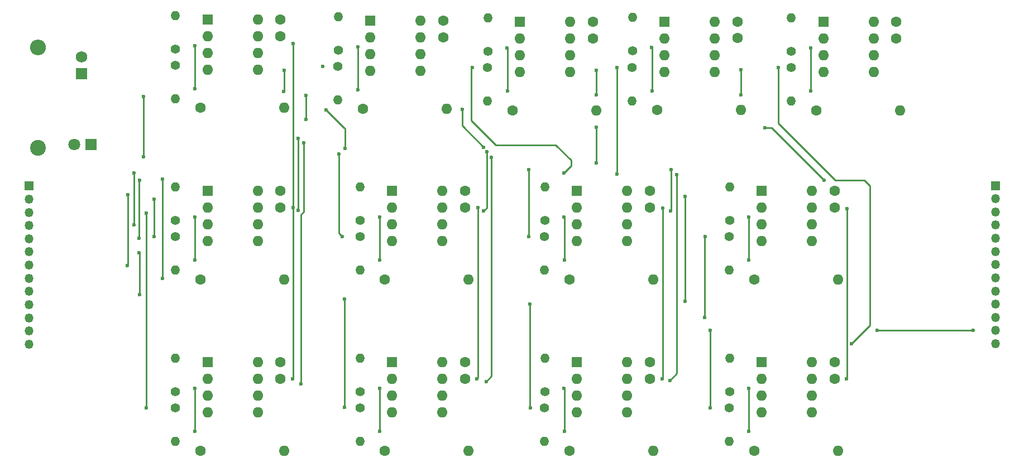
<source format=gbl>
G04 #@! TF.FileFunction,Copper,L2,Bot,Signal*
%FSLAX46Y46*%
G04 Gerber Fmt 4.6, Leading zero omitted, Abs format (unit mm)*
G04 Created by KiCad (PCBNEW 4.0.7) date 02/22/19 22:28:47*
%MOMM*%
%LPD*%
G01*
G04 APERTURE LIST*
%ADD10C,0.100000*%
%ADD11C,1.600000*%
%ADD12C,1.400000*%
%ADD13O,1.400000X1.400000*%
%ADD14R,1.600000X1.600000*%
%ADD15O,1.600000X1.600000*%
%ADD16R,1.350000X1.350000*%
%ADD17O,1.350000X1.350000*%
%ADD18R,1.800000X1.800000*%
%ADD19C,1.800000*%
%ADD20R,1.750000X1.750000*%
%ADD21C,1.750000*%
%ADD22C,2.400000*%
%ADD23O,2.400000X2.400000*%
%ADD24C,0.600000*%
%ADD25C,0.250000*%
G04 APERTURE END LIST*
D10*
D11*
X201327680Y-67975480D03*
X201327680Y-70475480D03*
D12*
X185406960Y-72412860D03*
D13*
X185406960Y-67332860D03*
D14*
X190260900Y-67960240D03*
D15*
X197880900Y-75580240D03*
X190260900Y-70500240D03*
X197880900Y-73040240D03*
X190260900Y-73040240D03*
X197880900Y-70500240D03*
X190260900Y-75580240D03*
X197880900Y-67960240D03*
D12*
X185363780Y-74912220D03*
D13*
X185363780Y-79992220D03*
D11*
X189156000Y-81373980D03*
D15*
X201856000Y-81373980D03*
D11*
X191937300Y-119622420D03*
X191937300Y-122122420D03*
X191937300Y-93622420D03*
X191937300Y-96122420D03*
X177233240Y-67942460D03*
X177233240Y-70442460D03*
X163937300Y-119622420D03*
X163937300Y-122122420D03*
X163937300Y-93622420D03*
X163937300Y-96122420D03*
X155291140Y-67972940D03*
X155291140Y-70472940D03*
X135937300Y-119622420D03*
X135937300Y-122122420D03*
X135937300Y-93622420D03*
X135937300Y-96122420D03*
X132617520Y-67790060D03*
X132617520Y-70290060D03*
X107937300Y-119622420D03*
X107937300Y-122122420D03*
X107937300Y-93622420D03*
X107937300Y-96122420D03*
X179765620Y-133020920D03*
D15*
X192465620Y-133020920D03*
D11*
X179765620Y-107020920D03*
D15*
X192465620Y-107020920D03*
D11*
X165061560Y-81340960D03*
D15*
X177761560Y-81340960D03*
D11*
X151765620Y-133020920D03*
D15*
X164465620Y-133020920D03*
D11*
X151765620Y-107020920D03*
D15*
X164465620Y-107020920D03*
D11*
X143119460Y-81371440D03*
D15*
X155819460Y-81371440D03*
D11*
X123765620Y-133020920D03*
D15*
X136465620Y-133020920D03*
D11*
X123765620Y-107020920D03*
D15*
X136465620Y-107020920D03*
D11*
X120445840Y-81188560D03*
D15*
X133145840Y-81188560D03*
D11*
X95765620Y-133020920D03*
D15*
X108465620Y-133020920D03*
D11*
X95765620Y-107020920D03*
D15*
X108465620Y-107020920D03*
D12*
X176016580Y-124059800D03*
D13*
X176016580Y-118979800D03*
D12*
X176016580Y-98059800D03*
D13*
X176016580Y-92979800D03*
D12*
X161312520Y-72379840D03*
D13*
X161312520Y-67299840D03*
D12*
X148016580Y-124059800D03*
D13*
X148016580Y-118979800D03*
D12*
X148016580Y-98059800D03*
D13*
X148016580Y-92979800D03*
D12*
X139370420Y-72410320D03*
D13*
X139370420Y-67330320D03*
D12*
X120016580Y-124059800D03*
D13*
X120016580Y-118979800D03*
D12*
X120016580Y-98059800D03*
D13*
X120016580Y-92979800D03*
D12*
X116696800Y-72227440D03*
D13*
X116696800Y-67147440D03*
D12*
X92016580Y-124059800D03*
D13*
X92016580Y-118979800D03*
D12*
X92016580Y-98059800D03*
D13*
X92016580Y-92979800D03*
D14*
X180870520Y-119607180D03*
D15*
X188490520Y-127227180D03*
X180870520Y-122147180D03*
X188490520Y-124687180D03*
X180870520Y-124687180D03*
X188490520Y-122147180D03*
X180870520Y-127227180D03*
X188490520Y-119607180D03*
D14*
X180870520Y-93607180D03*
D15*
X188490520Y-101227180D03*
X180870520Y-96147180D03*
X188490520Y-98687180D03*
X180870520Y-98687180D03*
X188490520Y-96147180D03*
X180870520Y-101227180D03*
X188490520Y-93607180D03*
D14*
X166166460Y-67927220D03*
D15*
X173786460Y-75547220D03*
X166166460Y-70467220D03*
X173786460Y-73007220D03*
X166166460Y-73007220D03*
X173786460Y-70467220D03*
X166166460Y-75547220D03*
X173786460Y-67927220D03*
D14*
X152870520Y-119607180D03*
D15*
X160490520Y-127227180D03*
X152870520Y-122147180D03*
X160490520Y-124687180D03*
X152870520Y-124687180D03*
X160490520Y-122147180D03*
X152870520Y-127227180D03*
X160490520Y-119607180D03*
D14*
X152870520Y-93607180D03*
D15*
X160490520Y-101227180D03*
X152870520Y-96147180D03*
X160490520Y-98687180D03*
X152870520Y-98687180D03*
X160490520Y-96147180D03*
X152870520Y-101227180D03*
X160490520Y-93607180D03*
D14*
X144224360Y-67957700D03*
D15*
X151844360Y-75577700D03*
X144224360Y-70497700D03*
X151844360Y-73037700D03*
X144224360Y-73037700D03*
X151844360Y-70497700D03*
X144224360Y-75577700D03*
X151844360Y-67957700D03*
D14*
X124870520Y-119607180D03*
D15*
X132490520Y-127227180D03*
X124870520Y-122147180D03*
X132490520Y-124687180D03*
X124870520Y-124687180D03*
X132490520Y-122147180D03*
X124870520Y-127227180D03*
X132490520Y-119607180D03*
D14*
X124870520Y-93607180D03*
D15*
X132490520Y-101227180D03*
X124870520Y-96147180D03*
X132490520Y-98687180D03*
X124870520Y-98687180D03*
X132490520Y-96147180D03*
X124870520Y-101227180D03*
X132490520Y-93607180D03*
D14*
X121550740Y-67774820D03*
D15*
X129170740Y-75394820D03*
X121550740Y-70314820D03*
X129170740Y-72854820D03*
X121550740Y-72854820D03*
X129170740Y-70314820D03*
X121550740Y-75394820D03*
X129170740Y-67774820D03*
D14*
X96870520Y-119607180D03*
D15*
X104490520Y-127227180D03*
X96870520Y-122147180D03*
X104490520Y-124687180D03*
X96870520Y-124687180D03*
X104490520Y-122147180D03*
X96870520Y-127227180D03*
X104490520Y-119607180D03*
D14*
X96870520Y-93607180D03*
D15*
X104490520Y-101227180D03*
X96870520Y-96147180D03*
X104490520Y-98687180D03*
X96870520Y-98687180D03*
X104490520Y-96147180D03*
X96870520Y-101227180D03*
X104490520Y-93607180D03*
D12*
X175973400Y-126559160D03*
D13*
X175973400Y-131639160D03*
D12*
X175973400Y-100559160D03*
D13*
X175973400Y-105639160D03*
D12*
X161269340Y-74879200D03*
D13*
X161269340Y-79959200D03*
D12*
X147973400Y-126559160D03*
D13*
X147973400Y-131639160D03*
D12*
X147973400Y-100559160D03*
D13*
X147973400Y-105639160D03*
D12*
X139327240Y-74909680D03*
D13*
X139327240Y-79989680D03*
D12*
X119973400Y-126559160D03*
D13*
X119973400Y-131639160D03*
D12*
X119973400Y-100559160D03*
D13*
X119973400Y-105639160D03*
D12*
X116653620Y-74726800D03*
D13*
X116653620Y-79806800D03*
D12*
X91973400Y-126559160D03*
D13*
X91973400Y-131639160D03*
D12*
X91973400Y-100559160D03*
D13*
X91973400Y-105639160D03*
D14*
X96870520Y-67607180D03*
D15*
X104490520Y-75227180D03*
X96870520Y-70147180D03*
X104490520Y-72687180D03*
X96870520Y-72687180D03*
X104490520Y-70147180D03*
X96870520Y-75227180D03*
X104490520Y-67607180D03*
D16*
X69771260Y-92870000D03*
D17*
X69771260Y-94870000D03*
X69771260Y-96870000D03*
X69771260Y-98870000D03*
X69771260Y-100870000D03*
X69771260Y-102870000D03*
X69771260Y-104870000D03*
X69771260Y-106870000D03*
X69771260Y-108870000D03*
X69771260Y-110870000D03*
X69771260Y-112870000D03*
X69771260Y-114870000D03*
X69771260Y-116870000D03*
D16*
X216334340Y-92798900D03*
D17*
X216334340Y-94798900D03*
X216334340Y-96798900D03*
X216334340Y-98798900D03*
X216334340Y-100798900D03*
X216334340Y-102798900D03*
X216334340Y-104798900D03*
X216334340Y-106798900D03*
X216334340Y-108798900D03*
X216334340Y-110798900D03*
X216334340Y-112798900D03*
X216334340Y-114798900D03*
X216334340Y-116798900D03*
D12*
X91973400Y-74559160D03*
D13*
X91973400Y-79639160D03*
D12*
X92016580Y-72059800D03*
D13*
X92016580Y-66979800D03*
D11*
X95765620Y-81020920D03*
D15*
X108465620Y-81020920D03*
D11*
X107937300Y-67622420D03*
X107937300Y-70122420D03*
D18*
X79204820Y-86558120D03*
D19*
X76664820Y-86558120D03*
D20*
X77746860Y-75786620D03*
D21*
X77746860Y-73286620D03*
D22*
X71145400Y-87094060D03*
D23*
X71145400Y-71854060D03*
D24*
X87152480Y-79275940D03*
X87147400Y-88419940D03*
X88806020Y-94861380D03*
X88806020Y-100584000D03*
X87576660Y-96967040D03*
X87607140Y-126535180D03*
X114843560Y-81315560D03*
X85686900Y-98755200D03*
X85686900Y-90860880D03*
X117685820Y-87152480D03*
X114335560Y-74701400D03*
X86469220Y-100797360D03*
X86530180Y-92008960D03*
X116799360Y-88041480D03*
X117287040Y-100553520D03*
X86438740Y-102979220D03*
X86545420Y-109321600D03*
X117612160Y-110012480D03*
X117665500Y-126479300D03*
X150929340Y-90876120D03*
X137040620Y-74876660D03*
X84739480Y-104907080D03*
X84797900Y-94173040D03*
X90004900Y-106934000D03*
X90043000Y-91851480D03*
X145605500Y-90347800D03*
X145605500Y-100568760D03*
X145780760Y-110817660D03*
X145869660Y-126537720D03*
X169318940Y-110398560D03*
X169318940Y-94465140D03*
X158948120Y-91102180D03*
X158948120Y-74881740D03*
X172252640Y-112824260D03*
X172305980Y-100533200D03*
X173093380Y-114747040D03*
X173093380Y-126535180D03*
X183395620Y-74912220D03*
X194536060Y-116773960D03*
X108452920Y-75354180D03*
X108422440Y-78541880D03*
X111795560Y-79126080D03*
X111798100Y-82755740D03*
X110594140Y-85615780D03*
X110583980Y-96565720D03*
X111414560Y-86311740D03*
X111020860Y-122880120D03*
X138734800Y-86959440D03*
X135465820Y-81280000D03*
X139217400Y-87708740D03*
X138755120Y-96657160D03*
X139933680Y-88557100D03*
X139110720Y-122549920D03*
X155788360Y-89385140D03*
X155788360Y-83969860D03*
X155859480Y-75288140D03*
X155811220Y-79034640D03*
X167170100Y-90378280D03*
X167073580Y-96654620D03*
X168051480Y-91150440D03*
X166956740Y-122400060D03*
X181416960Y-84030820D03*
X190342520Y-91981020D03*
X177779680Y-75265280D03*
X177769520Y-79029560D03*
X212994240Y-114805460D03*
X198368920Y-114805460D03*
X94947740Y-71554340D03*
X94973140Y-78115160D03*
X193822320Y-96281240D03*
X193730880Y-122110500D03*
X165930580Y-96194880D03*
X165821360Y-122115580D03*
X137888980Y-96133920D03*
X137711180Y-122135900D03*
X109791500Y-122102880D03*
X109827060Y-71277480D03*
X109827060Y-96146620D03*
X94973140Y-104115160D03*
X94947740Y-97554340D03*
X94973140Y-130115160D03*
X94947740Y-123554340D03*
X119653360Y-78282800D03*
X119627960Y-71721980D03*
X122973140Y-104115160D03*
X122947740Y-97554340D03*
X122973140Y-130115160D03*
X122947740Y-123554340D03*
X142326980Y-78465680D03*
X142301580Y-71904860D03*
X150973140Y-104115160D03*
X150947740Y-97554340D03*
X150973140Y-130115160D03*
X150947740Y-123554340D03*
X164269080Y-78435200D03*
X164243680Y-71874380D03*
X178973140Y-104115160D03*
X178947740Y-97554340D03*
X178973140Y-130115160D03*
X178947740Y-123554340D03*
X188338120Y-71907400D03*
X188363520Y-78468220D03*
D25*
X87147400Y-88419940D02*
X87147400Y-79281020D01*
X87147400Y-79281020D02*
X87152480Y-79275940D01*
X88806020Y-100584000D02*
X88806020Y-94861380D01*
X87607140Y-126535180D02*
X87576660Y-126504700D01*
X87576660Y-126504700D02*
X87576660Y-96967040D01*
X117553740Y-84018120D02*
X117546120Y-84018120D01*
X117546120Y-84018120D02*
X114843560Y-81315560D01*
X117553740Y-84018120D02*
X117685820Y-84150200D01*
X117685820Y-84150200D02*
X117685820Y-87152480D01*
X85686900Y-90860880D02*
X85686900Y-98755200D01*
X114335560Y-74701400D02*
X114366040Y-74731880D01*
X86530180Y-92008960D02*
X86469220Y-92069920D01*
X86469220Y-92069920D02*
X86469220Y-100797360D01*
X117287040Y-100553520D02*
X116799360Y-100065840D01*
X116799360Y-100065840D02*
X116799360Y-88041480D01*
X86545420Y-109321600D02*
X86545420Y-103085900D01*
X86545420Y-103085900D02*
X86438740Y-102979220D01*
X117665500Y-126479300D02*
X117612160Y-126425960D01*
X117612160Y-126425960D02*
X117612160Y-110012480D01*
X152006300Y-88978740D02*
X152006300Y-89799160D01*
X152006300Y-89799160D02*
X150929340Y-90876120D01*
X149677120Y-86649560D02*
X152006300Y-88978740D01*
X140622020Y-86649560D02*
X149677120Y-86649560D01*
X136867900Y-82895440D02*
X140622020Y-86649560D01*
X136867900Y-75049380D02*
X136867900Y-82895440D01*
X137040620Y-74876660D02*
X136867900Y-75049380D01*
X84797900Y-94173040D02*
X84797900Y-104848660D01*
X84797900Y-104848660D02*
X84739480Y-104907080D01*
X90043000Y-91851480D02*
X90004900Y-91889580D01*
X90004900Y-91889580D02*
X90004900Y-106934000D01*
X145605500Y-100568760D02*
X145605500Y-90347800D01*
X145869660Y-126537720D02*
X145780760Y-126448820D01*
X145780760Y-126448820D02*
X145780760Y-110817660D01*
X169318940Y-94465140D02*
X169318940Y-110398560D01*
X158948120Y-74881740D02*
X158948120Y-91102180D01*
X172305980Y-100533200D02*
X172252640Y-100586540D01*
X172252640Y-100586540D02*
X172252640Y-112824260D01*
X173093380Y-126535180D02*
X173093380Y-114747040D01*
X196471540Y-91968320D02*
X197340220Y-92837000D01*
X197340220Y-92837000D02*
X197340220Y-113969800D01*
X192041780Y-91968320D02*
X196471540Y-91968320D01*
X183395620Y-83322160D02*
X192041780Y-91968320D01*
X183395620Y-74912220D02*
X183395620Y-83322160D01*
X197340220Y-113969800D02*
X194536060Y-116773960D01*
X108422440Y-78541880D02*
X108452920Y-78511400D01*
X108452920Y-78511400D02*
X108452920Y-75354180D01*
X111798100Y-82755740D02*
X111798100Y-79128620D01*
X111798100Y-79128620D02*
X111795560Y-79126080D01*
X110583980Y-96565720D02*
X110583980Y-85625940D01*
X110583980Y-85625940D02*
X110594140Y-85615780D01*
X111020860Y-97177860D02*
X111414560Y-96784160D01*
X111414560Y-96784160D02*
X111414560Y-86311740D01*
X111020860Y-122880120D02*
X111020860Y-97177860D01*
X135465820Y-81280000D02*
X135465820Y-83690460D01*
X135465820Y-83690460D02*
X138734800Y-86959440D01*
X135465820Y-81280000D02*
X135415020Y-81330800D01*
X138755120Y-96657160D02*
X139217400Y-96194880D01*
X139217400Y-96194880D02*
X139217400Y-87708740D01*
X139110720Y-122549920D02*
X139933680Y-121726960D01*
X139933680Y-121726960D02*
X139933680Y-88557100D01*
X155788360Y-83969860D02*
X155788360Y-89385140D01*
X155811220Y-79034640D02*
X155859480Y-78986380D01*
X155859480Y-78986380D02*
X155859480Y-75288140D01*
X167073580Y-96654620D02*
X167170100Y-96558100D01*
X167170100Y-96558100D02*
X167170100Y-90378280D01*
X166956740Y-122400060D02*
X168051480Y-121305320D01*
X168051480Y-121305320D02*
X168051480Y-91150440D01*
X190342520Y-91981020D02*
X182392320Y-84030820D01*
X182392320Y-84030820D02*
X181416960Y-84030820D01*
X177769520Y-79029560D02*
X177779680Y-79019400D01*
X177779680Y-79019400D02*
X177779680Y-75265280D01*
X198368920Y-114805460D02*
X212994240Y-114805460D01*
X94973140Y-78115160D02*
X94973140Y-71579740D01*
X94973140Y-71579740D02*
X94947740Y-71554340D01*
X193730880Y-122110500D02*
X193822320Y-122019060D01*
X193822320Y-122019060D02*
X193822320Y-96281240D01*
X165821360Y-122115580D02*
X165930580Y-122006360D01*
X165930580Y-122006360D02*
X165930580Y-96194880D01*
X137711180Y-122135900D02*
X137888980Y-121958100D01*
X137888980Y-121958100D02*
X137888980Y-96133920D01*
X109791500Y-122102880D02*
X109827060Y-122067320D01*
X109827060Y-122067320D02*
X109827060Y-96146620D01*
X109849920Y-96123760D02*
X109849920Y-71300340D01*
X109849920Y-71300340D02*
X109827060Y-71277480D01*
X109827060Y-96146620D02*
X109849920Y-96123760D01*
X94973140Y-104115160D02*
X94973140Y-97579740D01*
X94973140Y-97579740D02*
X94947740Y-97554340D01*
X94973140Y-130115160D02*
X94973140Y-123579740D01*
X94973140Y-123579740D02*
X94947740Y-123554340D01*
X119653360Y-78282800D02*
X119653360Y-71747380D01*
X119653360Y-71747380D02*
X119627960Y-71721980D01*
X122973140Y-104115160D02*
X122973140Y-97579740D01*
X122973140Y-97579740D02*
X122947740Y-97554340D01*
X122973140Y-130115160D02*
X122973140Y-123579740D01*
X122973140Y-123579740D02*
X122947740Y-123554340D01*
X142326980Y-78465680D02*
X142326980Y-71930260D01*
X142326980Y-71930260D02*
X142301580Y-71904860D01*
X150973140Y-104115160D02*
X150973140Y-97579740D01*
X150973140Y-97579740D02*
X150947740Y-97554340D01*
X150973140Y-130115160D02*
X150973140Y-123579740D01*
X150973140Y-123579740D02*
X150947740Y-123554340D01*
X164269080Y-78435200D02*
X164269080Y-71899780D01*
X164269080Y-71899780D02*
X164243680Y-71874380D01*
X178973140Y-104115160D02*
X178973140Y-97579740D01*
X178973140Y-97579740D02*
X178947740Y-97554340D01*
X178973140Y-130115160D02*
X178973140Y-123579740D01*
X178973140Y-123579740D02*
X178947740Y-123554340D01*
X188363520Y-78468220D02*
X188363520Y-71932800D01*
X188363520Y-71932800D02*
X188338120Y-71907400D01*
M02*

</source>
